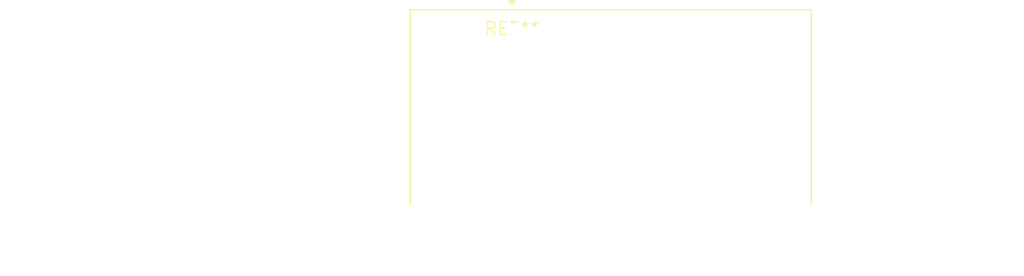
<source format=kicad_pcb>
(kicad_pcb (version 20240108) (generator pcbnew)
  (layers (0 "F.Cu" signal) (31 "B.Cu" signal) (34 "B.Paste" user) (35 "F.Paste" user) (36 "B.SilkS" user "B.Silkscreen") (37 "F.SilkS" user "F.Silkscreen") (38 "B.Mask" user) (39 "F.Mask" user) (44 "Edge.Cuts" user))
  (net 0 "")
  (footprint "DSUB-15_Male_Horizontal_P2.77x2.84mm_EdgePinOffset14.56mm_Housed_MountingHolesOffset15.98mm" (layer "F.Cu") (at 0 0)
    (property "Reference" "REF**")
    (property "Value" "DSUB-15_Male_Horizontal_P2.77x2.84mm_EdgePinOffset14.56mm_Housed_MountingHolesOffset15.98mm")
    (fp_line (start -9.965 -1.86) (end 29.355 -1.86) (layer "F.SilkS") (stroke (width 0.12)))
    (fp_line (start -9.965 17.34) (end -9.965 -1.86) (layer "F.SilkS") (stroke (width 0.12)))
    (fp_line (start -0.25 -2.754338) (end 0.25 -2.754338) (layer "F.SilkS") (stroke (width 0.12)))
    (fp_line (start 0 -2.321325) (end -0.25 -2.754338) (layer "F.SilkS") (stroke (width 0.12)))
    (fp_line (start 0.25 -2.754338) (end 0 -2.321325) (layer "F.SilkS") (stroke (width 0.12)))
    (fp_line (start 29.355 -1.86) (end 29.355 17.34) (layer "F.SilkS") (stroke (width 0.12)))
    (pad "0" thru_hole circle (at -6.955 1.42) (size 4 4) (drill 3.2) (layers *.Cu *.Mask) (remove_unused_layers))
    (pad "0" thru_hole circle (at 26.345 1.42) (size 4 4) (drill 3.2) (layers *.Cu *.Mask) (remove_unused_layers))
    (pad "1" thru_hole rect (at 0 0) (size 1.6 1.6) (drill 1) (layers *.Cu *.Mask) (remove_unused_layers))
    (pad "2" thru_hole circle (at 2.77 0) (size 1.6 1.6) (drill 1) (layers *.Cu *.Mask) (remove_unused_layers))
    (pad "3" thru_hole circle (at 5.54 0) (size 1.6 1.6) (drill 1) (layers *.Cu *.Mask) (remove_unused_layers))
    (pad "4" thru_hole circle (at 8.31 0) (size 1.6 1.6) (drill 1) (layers *.Cu *.Mask) (remove_unused_layers))
    (pad "5" thru_hole circle (at 11.08 0) (size 1.6 1.6) (drill 1) (layers *.Cu *.Mask) (remove_unused_layers))
    (pad "6" thru_hole circle (at 13.85 0) (size 1.6 1.6) (drill 1) (layers *.Cu *.Mask) (remove_unused_layers))
    (pad "7" thru_hole circle (at 16.62 0) (size 1.6 1.6) (drill 1) (layers *.Cu *.Mask) (remove_unused_layers))
    (pad "8" thru_hole circle (at 19.39 0) (size 1.6 1.6) (drill 1) (layers *.Cu *.Mask) (remove_unused_layers))
    (pad "9" thru_hole circle (at 1.385 2.84) (size 1.6 1.6) (drill 1) (layers *.Cu *.Mask) (remove_unused_layers))
    (pad "10" thru_hole circle (at 4.155 2.84) (size 1.6 1.6) (drill 1) (layers *.Cu *.Mask) (remove_unused_layers))
    (pad "11" thru_hole circle (at 6.925 2.84) (size 1.6 1.6) (drill 1) (layers *.Cu *.Mask) (remove_unused_layers))
    (pad "12" thru_hole circle (at 9.695 2.84) (size 1.6 1.6) (drill 1) (layers *.Cu *.Mask) (remove_unused_layers))
    (pad "13" thru_hole circle (at 12.465 2.84) (size 1.6 1.6) (drill 1) (layers *.Cu *.Mask) (remove_unused_layers))
    (pad "14" thru_hole circle (at 15.235 2.84) (size 1.6 1.6) (drill 1) (layers *.Cu *.Mask) (remove_unused_layers))
    (pad "15" thru_hole circle (at 18.005 2.84) (size 1.6 1.6) (drill 1) (layers *.Cu *.Mask) (remove_unused_layers))
  )
)
</source>
